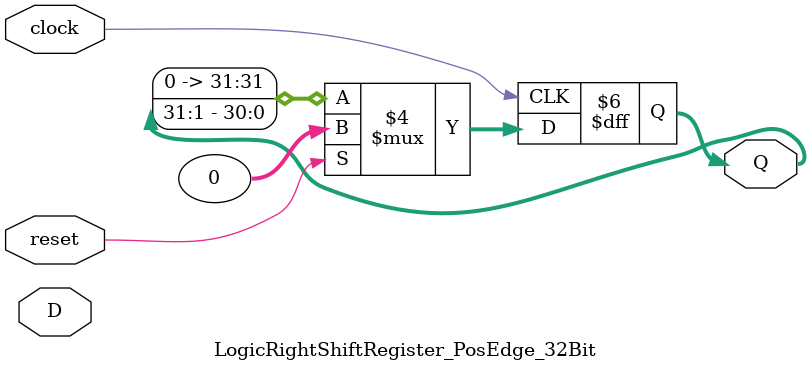
<source format=v>
module LogicRightShiftRegister_PosEdge_32Bit (clock, reset, D, Q);
    input clock;
    input reset;
    input [31:0] D;
    output reg [31:0] Q;

    always @(posedge clock)
    begin
        if (reset)
            Q = 32'b00000000000000000000000000000000;
        else
            Q = Q >> 1 ;        
    end
endmodule

</source>
